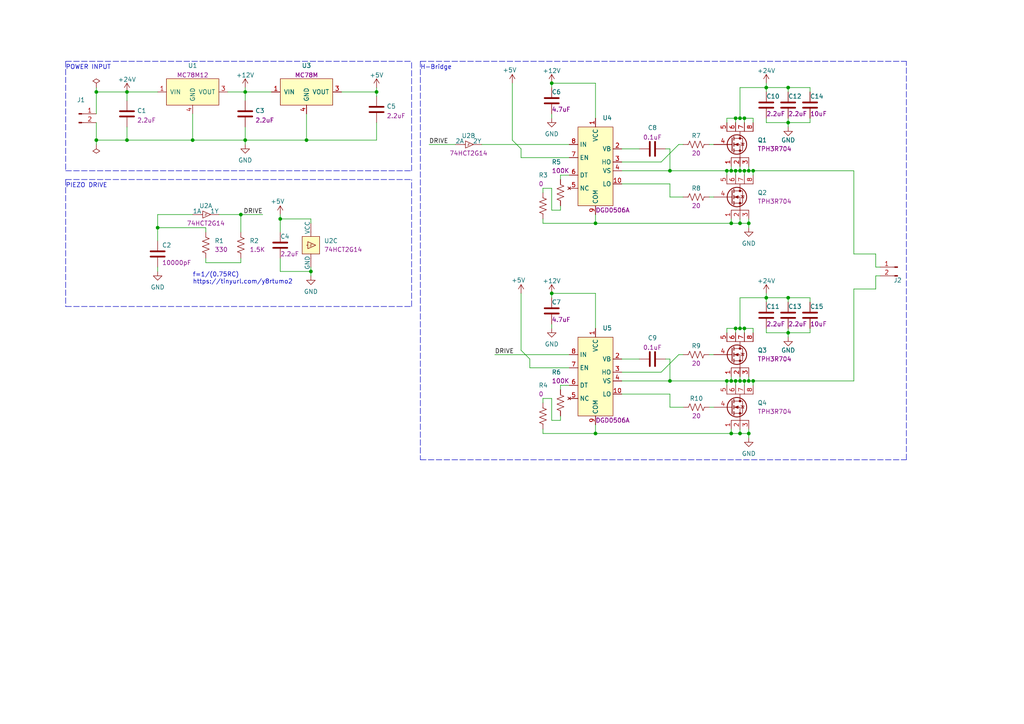
<source format=kicad_sch>
(kicad_sch (version 20211123) (generator eeschema)
  (paper "A4")
  (title_block (title "Basic Ultrasonic Board") (date "2022-03-29") (rev "V1a") (company "MicroType Engineering"))
  (lib_symbols
    (symbol "DGD0506AM10-13_1"
      (property "Reference" "U" (at -5.08 -12.7 0))
      (property "id" "DGD0506A" (at 6.35 -12.7 0))
      (symbol "DGD0506AM10-13_1_0_1"
        (rectangle (start -5.08 11.43) (end 5.08 -11.43) (stroke (width 0.1524)) (fill (type background)))
      )
      (symbol "DGD0506AM10-13_1_1_1"
        (pin power_in line (at 0 13.97 270) (length 2.54) (name "VCC") (number "1"))
        (pin output line (at 7.62 -5.08 180) (length 2.54) (name "LO") (number "10"))
        (pin passive line (at 7.62 5.08 180) (length 2.54) (name "VB") (number "2"))
        (pin output line (at 7.62 1.27 180) (length 2.54) (name "HO") (number "3"))
        (pin output line (at 7.62 -1.27 180) (length 2.54) (name "VS") (number "4"))
        (pin no_connect line (at -7.62 -6.35 0) (length 2.54) (name "NC") (number "5"))
        (pin input line (at -7.62 -2.54 0) (length 2.54) (name "DT") (number "6"))
        (pin input line (at -7.62 2.54 0) (length 2.54) (name "EN") (number "7"))
        (pin input line (at -7.62 6.35 0) (length 2.54) (name "IN") (number "8"))
        (pin power_in line (at 0 -13.97 90) (length 2.54) (name "COM") (number "9"))
      )
    )
    (symbol "capacitors:CC0603KRX7R9BB104" (pin_numbers hide) (pin_names (offset 0.254))
      (property "Reference" "C" (at 0.635 2.54 0))
      (property "id" "0.1uF" (at -3.81 2.54 0))
      (symbol "CC0603KRX7R9BB104_0_1"
        (polyline (pts (xy -2.032 -0.762) (xy 2.032 -0.762)) (stroke (width 0.508)))
        (polyline (pts (xy -2.032 0.762) (xy 2.032 0.762)) (stroke (width 0.508)))
      )
      (symbol "CC0603KRX7R9BB104_1_1"
        (pin passive line (at 0 3.81 270) (length 2.794) (name "~") (number "1"))
        (pin passive line (at 0 -3.81 90) (length 2.794) (name "~") (number "2"))
      )
    )
    (symbol "capacitors:CL10A475KA8NQNC" (pin_numbers hide) (pin_names (offset 0.254))
      (property "Reference" "C" (at 0.635 2.54 0))
      (property "id" "4.7uF" (at -3.81 2.54 0))
      (symbol "CL10A475KA8NQNC_0_1"
        (polyline (pts (xy -2.032 -0.762) (xy 2.032 -0.762)) (stroke (width 0.508)))
        (polyline (pts (xy -2.032 0.762) (xy 2.032 0.762)) (stroke (width 0.508)))
      )
      (symbol "CL10A475KA8NQNC_1_1"
        (pin passive line (at 0 3.81 270) (length 2.794) (name "~") (number "1"))
        (pin passive line (at 0 -3.81 90) (length 2.794) (name "~") (number "2"))
      )
    )
    (symbol "capacitors:CL10B103KB8NNNC" (pin_numbers hide) (pin_names (offset 0.254))
      (property "Reference" "C" (at 0.635 2.54 0))
      (property "id" "10000pF" (at -3.81 2.54 0))
      (symbol "CL10B103KB8NNNC_0_1"
        (polyline (pts (xy -2.032 -0.762) (xy 2.032 -0.762)) (stroke (width 0.508)))
        (polyline (pts (xy -2.032 0.762) (xy 2.032 0.762)) (stroke (width 0.508)))
      )
      (symbol "CL10B103KB8NNNC_1_1"
        (pin passive line (at 0 3.81 270) (length 2.794) (name "~") (number "1"))
        (pin passive line (at 0 -3.81 90) (length 2.794) (name "~") (number "2"))
      )
    )
    (symbol "capacitors:GRM188R61H225ME11D" (pin_numbers hide) (pin_names (offset 0.254))
      (property "Reference" "C" (at 0.635 2.54 0))
      (property "id" "2.2uF" (at -3.81 2.54 0))
      (symbol "GRM188R61H225ME11D_0_1"
        (polyline (pts (xy -2.032 -0.762) (xy 2.032 -0.762)) (stroke (width 0.508)))
        (polyline (pts (xy -2.032 0.762) (xy 2.032 0.762)) (stroke (width 0.508)))
      )
      (symbol "GRM188R61H225ME11D_1_1"
        (pin passive line (at 0 3.81 270) (length 2.794) (name "~") (number "1"))
        (pin passive line (at 0 -3.81 90) (length 2.794) (name "~") (number "2"))
      )
    )
    (symbol "capacitors:GRM32EC72A106KE05L" (pin_numbers hide) (pin_names (offset 0.254))
      (property "Reference" "C" (at 0.635 2.54 0))
      (property "id" "10uF" (at -3.81 2.54 0))
      (symbol "GRM32EC72A106KE05L_0_1"
        (polyline (pts (xy -2.032 -0.762) (xy 2.032 -0.762)) (stroke (width 0.508)))
        (polyline (pts (xy -2.032 0.762) (xy 2.032 0.762)) (stroke (width 0.508)))
      )
      (symbol "GRM32EC72A106KE05L_1_1"
        (pin passive line (at 0 3.81 270) (length 2.794) (name "~") (number "1"))
        (pin passive line (at 0 -3.81 90) (length 2.794) (name "~") (number "2"))
      )
    )
    (symbol "connectors:_GENERIC_CONNECTOR_01x02" (pin_names (offset 1.016) hide)
      (property "Reference" "J" (at 0 3.81 0))
      (property "Value" "_GENERIC_CONNECTOR_01x02" (at 1.27 -3.81 0))
      (symbol "_GENERIC_CONNECTOR_01x02_1_1"
        (polyline (pts (xy 1.27 -1.27) (xy 0.8636 -1.27)) (stroke (width 0.1524)))
        (polyline (pts (xy 1.27 1.27) (xy 0.8636 1.27)) (stroke (width 0.1524)))
        (rectangle (start 0.8636 -1.143) (end 0 -1.397) (stroke (width 0.1524)) (fill (type outline)))
        (rectangle (start 0.8636 1.397) (end 0 1.143) (stroke (width 0.1524)) (fill (type outline)))
        (pin passive line (at 5.08 1.27 180) (length 3.81) (name "Pin_1") (number "1"))
        (pin passive line (at 5.08 -1.27 180) (length 3.81) (name "Pin_2") (number "2"))
      )
    )
    (symbol "ics:74HCT2G14GV,125" (pin_numbers hide) (pin_names (offset 0))
      (property "Reference" "U" (at 0 0 0))
      (property "id" "74HCT2G14" (at 0 0 0))
      (symbol "74HCT2G14GV,125_0_1"
        (polyline (pts (xy -1.27 0) (xy -0.889 0)))
        (polyline (pts (xy 0.127 0.254) (xy 0.127 -0.254) (xy -0.127 -0.254)) (stroke (width 0.0635)))
        (polyline (pts (xy -0.889 1.016) (xy -0.889 -1.016) (xy 1.397 0) (xy -0.889 1.016)))
        (polyline (pts (xy 0.381 0.254) (xy -0.127 0.254) (xy -0.127 -0.254) (xy -0.381 -0.254)) (stroke (width 0.0635)))
      )
      (symbol "74HCT2G14GV,125_1_1"
        (pin input line (at -3.81 0 0) (length 2.54) (name "1A") (number "1"))
        (pin output line (at 3.81 0 180) (length 2.54) (name "1Y") (number "6"))
      )
      (symbol "74HCT2G14GV,125_2_1"
        (pin input line (at -3.81 0 0) (length 2.54) (name "2A") (number "3"))
        (pin output line (at 3.81 0 180) (length 2.54) (name "2Y") (number "4"))
      )
      (symbol "74HCT2G14GV,125_3_1"
        (rectangle (start -2.54 2.54) (end 2.54 -2.54) (fill (type background)))
        (polyline (pts (xy 0 -3.81) (xy 0 -2.54)))
        (polyline (pts (xy 0 3.81) (xy 0 2.54)))
        (pin power_in line (at 0 -6.35 90) (length 2.54) (name "GND") (number "2"))
        (pin power_in line (at 0 6.35 270) (length 2.54) (name "VCC") (number "5"))
      )
    )
    (symbol "ics:DGD0506AM10-13"
      (property "Reference" "U" (at -5.08 -12.7 0))
      (property "id" "DGD0506A" (at 6.35 -12.7 0))
      (symbol "DGD0506AM10-13_0_1"
        (rectangle (start -5.08 11.43) (end 5.08 -11.43) (stroke (width 0.1524)) (fill (type background)))
      )
      (symbol "DGD0506AM10-13_1_1"
        (pin power_in line (at 0 13.97 270) (length 2.54) (name "VCC") (number "1"))
        (pin output line (at 7.62 -5.08 180) (length 2.54) (name "LO") (number "10"))
        (pin passive line (at 7.62 5.08 180) (length 2.54) (name "VB") (number "2"))
        (pin output line (at 7.62 1.27 180) (length 2.54) (name "HO") (number "3"))
        (pin output line (at 7.62 -1.27 180) (length 2.54) (name "VS") (number "4"))
        (pin no_connect line (at -7.62 -6.35 0) (length 2.54) (name "NC") (number "5"))
        (pin input line (at -7.62 -2.54 0) (length 2.54) (name "DT") (number "6"))
        (pin input line (at -7.62 2.54 0) (length 2.54) (name "EN") (number "7"))
        (pin input line (at -7.62 6.35 0) (length 2.54) (name "IN") (number "8"))
        (pin power_in line (at 0 -13.97 90) (length 2.54) (name "COM") (number "9"))
      )
    )
    (symbol "mosfets:TPH3R704PL,L1Q" (pin_names (offset 0) hide)
      (property "Reference" "Q" (at 0 0 0))
      (property "id" "TPH3R704" (at 0 0 0))
      (symbol "TPH3R704PL,L1Q_0_1"
        (circle (center -0.889 0) (radius 2.8194) (stroke (width 0.254)))
        (circle (center 0 -1.778) (radius 0.2794) (fill (type outline)))
        (polyline (pts (xy -2.54 -3.81) (xy 0 -3.81)))
        (polyline (pts (xy -1.778 -1.778) (xy 0 -1.778)))
        (polyline (pts (xy -1.778 -1.27) (xy -1.778 -2.286)) (stroke (width 0.254)))
        (polyline (pts (xy -1.778 0) (xy 0 0)))
        (polyline (pts (xy -1.778 0.508) (xy -1.778 -0.508)) (stroke (width 0.254)))
        (polyline (pts (xy -1.778 1.778) (xy 0 1.778)))
        (polyline (pts (xy -1.778 2.286) (xy -1.778 1.27)) (stroke (width 0.254)))
        (polyline (pts (xy 0 -1.778) (xy 0 -2.54)))
        (polyline (pts (xy 0 -1.778) (xy 0 0)))
        (polyline (pts (xy 0 2.54) (xy 0 1.778)))
        (polyline (pts (xy -2.286 1.905) (xy -2.286 -1.905) (xy -2.286 -1.905)) (stroke (width 0.254)))
        (polyline (pts (xy 2.54 -3.81) (xy 0 -3.81) (xy 0 -2.54)))
        (polyline (pts (xy -1.524 0) (xy -0.508 0.381) (xy -0.508 -0.381) (xy -1.524 0)) (fill (type outline)))
        (polyline (pts (xy 0 -1.778) (xy 0.762 -1.778) (xy 0.762 1.778) (xy 0 1.778)))
        (polyline (pts (xy 0.254 0.508) (xy 0.381 0.381) (xy 1.143 0.381) (xy 1.27 0.254)))
        (polyline (pts (xy 0.762 0.381) (xy 0.381 -0.254) (xy 1.143 -0.254) (xy 0.762 0.381)))
        (polyline (pts (xy -3.81 3.81) (xy 0 3.81) (xy 0 2.54) (xy 0 3.81) (xy 3.81 3.81)))
        (circle (center 0 1.778) (radius 0.2794) (fill (type outline)))
      )
      (symbol "TPH3R704PL,L1Q_1_1"
        (pin passive line (at -2.54 -6.35 90) (length 2.54) (name "S") (number "1"))
        (pin passive line (at 0 -6.35 90) (length 2.54) (name "S") (number "2"))
        (pin passive line (at 2.54 -6.35 90) (length 2.54) (name "S") (number "3"))
        (pin input line (at -7.62 0 0) (length 5.334) (name "G") (number "4"))
        (pin passive line (at -3.81 6.35 270) (length 2.54) (name "D") (number "5"))
        (pin passive line (at -1.27 6.35 270) (length 2.54) (name "D") (number "6"))
        (pin passive line (at 1.27 6.35 270) (length 2.54) (name "D") (number "7"))
        (pin passive line (at 3.81 6.35 270) (length 2.54) (name "D") (number "8"))
      )
    )
    (symbol "power:+12V" (power) (pin_names (offset 0))
      (property "Value" "+12V" (at 0 3.556 0))
      (symbol "+12V_0_1"
        (polyline (pts (xy -0.762 1.27) (xy 0 2.54)))
        (polyline (pts (xy 0 0) (xy 0 2.54)))
        (polyline (pts (xy 0 2.54) (xy 0.762 1.27)))
      )
      (symbol "+12V_1_1"
        (pin power_in line (at 0 0 90) (length 0) hide (name "+12V") (number "1"))
      )
    )
    (symbol "power:+24V" (power) (pin_names (offset 0))
      (property "Value" "+24V" (at 0 3.556 0))
      (symbol "+24V_0_1"
        (polyline (pts (xy -0.762 1.27) (xy 0 2.54)))
        (polyline (pts (xy 0 0) (xy 0 2.54)))
        (polyline (pts (xy 0 2.54) (xy 0.762 1.27)))
      )
      (symbol "+24V_1_1"
        (pin power_in line (at 0 0 90) (length 0) hide (name "+24V") (number "1"))
      )
    )
    (symbol "power:+5V" (power) (pin_names (offset 0))
      (property "Value" "+5V" (at 0 3.556 0))
      (symbol "+5V_0_1"
        (polyline (pts (xy -0.762 1.27) (xy 0 2.54)))
        (polyline (pts (xy 0 0) (xy 0 2.54)))
        (polyline (pts (xy 0 2.54) (xy 0.762 1.27)))
      )
      (symbol "+5V_1_1"
        (pin power_in line (at 0 0 90) (length 0) hide (name "+5V") (number "1"))
      )
    )
    (symbol "power:GND" (power) (pin_names (offset 0))
      (property "Value" "GND" (at 0 -3.81 0))
      (symbol "GND_0_1"
        (polyline (pts (xy 0 0) (xy 0 -1.27) (xy 1.27 -1.27) (xy 0 -2.54) (xy -1.27 -1.27) (xy 0 -1.27)))
      )
      (symbol "GND_1_1"
        (pin power_in line (at 0 0 270) (length 0) hide (name "GND") (number "1"))
      )
    )
    (symbol "power:PWR_FLAG" (power) (pin_numbers hide) (pin_names (offset 0) hide)
      (property "Value" "PWR_FLAG" (at 0 3.81 0))
      (symbol "PWR_FLAG_0_0"
        (pin power_out line (at 0 0 90) (length 0) (name "pwr") (number "1"))
      )
      (symbol "PWR_FLAG_0_1"
        (polyline (pts (xy 0 0) (xy 0 1.27) (xy -1.016 1.905) (xy 0 2.54) (xy 1.016 1.905) (xy 0 1.27)))
      )
    )
    (symbol "regulators:MC78M05CDTRKG" (pin_names (offset 1.016))
      (property "Reference" "U" (at 0 16.51 0))
      (property "id" "MC78M" (at 0 16.51 0))
      (symbol "MC78M05CDTRKG_0_1"
        (rectangle (start -7.62 3.81) (end 7.62 -3.81) (fill (type background)))
      )
      (symbol "MC78M05CDTRKG_1_1"
        (pin power_in line (at -10.16 0 0) (length 2.54) (name "VIN") (number "1"))
        (pin power_out line (at 10.16 0 180) (length 2.54) (name "VOUT") (number "3"))
        (pin power_in line (at 0 -6.35 90) (length 2.54) (name "GND") (number "4"))
      )
    )
    (symbol "regulators:MC78M12BDTG" (pin_names (offset 1.016))
      (property "Reference" "U" (at 0 0 0))
      (property "id" "MC78M12" (at 0 0 0))
      (symbol "MC78M12BDTG_0_1"
        (rectangle (start -7.62 3.81) (end 7.62 -3.81) (fill (type background)))
      )
      (symbol "MC78M12BDTG_1_1"
        (pin power_in line (at -10.16 0 0) (length 2.54) (name "VIN") (number "1"))
        (pin power_out line (at 10.16 0 180) (length 2.54) (name "VOUT") (number "3"))
        (pin power_in line (at 0 -6.35 90) (length 2.54) (name "GND") (number "4"))
      )
    )
    (symbol "resistors:RC0603JR-070RL" (pin_numbers hide) (pin_names (offset 0))
      (property "Reference" "R" (at 2.54 0 90))
      (property "id" "0" (at -2.54 0 90))
      (symbol "RC0603JR-070RL_0_1"
        (polyline (pts (xy 0 -2.286) (xy 0 -2.54)))
        (polyline (pts (xy 0 2.286) (xy 0 2.54)))
        (polyline (pts (xy 0 -0.762) (xy 1.016 -1.143) (xy 0 -1.524) (xy -1.016 -1.905) (xy 0 -2.286)))
        (polyline (pts (xy 0 0.762) (xy 1.016 0.381) (xy 0 0) (xy -1.016 -0.381) (xy 0 -0.762)))
        (polyline (pts (xy 0 2.286) (xy 1.016 1.905) (xy 0 1.524) (xy -1.016 1.143) (xy 0 0.762)))
      )
      (symbol "RC0603JR-070RL_1_1"
        (pin passive line (at 0 3.81 270) (length 1.27) (name "~") (number "1"))
        (pin passive line (at 0 -3.81 90) (length 1.27) (name "~") (number "2"))
      )
    )
    (symbol "resistors:RC0603JR-07100KL" (pin_numbers hide) (pin_names (offset 0))
      (property "Reference" "R" (at 2.54 0 90))
      (property "id" "100K" (at -2.54 0 90))
      (symbol "RC0603JR-07100KL_0_1"
        (polyline (pts (xy 0 -2.286) (xy 0 -2.54)))
        (polyline (pts (xy 0 2.286) (xy 0 2.54)))
        (polyline (pts (xy 0 -0.762) (xy 1.016 -1.143) (xy 0 -1.524) (xy -1.016 -1.905) (xy 0 -2.286)))
        (polyline (pts (xy 0 0.762) (xy 1.016 0.381) (xy 0 0) (xy -1.016 -0.381) (xy 0 -0.762)))
        (polyline (pts (xy 0 2.286) (xy 1.016 1.905) (xy 0 1.524) (xy -1.016 1.143) (xy 0 0.762)))
      )
      (symbol "RC0603JR-07100KL_1_1"
        (pin passive line (at 0 3.81 270) (length 1.27) (name "~") (number "1"))
        (pin passive line (at 0 -3.81 90) (length 1.27) (name "~") (number "2"))
      )
    )
    (symbol "resistors:RC0603JR-071K5L" (pin_numbers hide) (pin_names (offset 0))
      (property "Reference" "R" (at 2.54 0 90))
      (property "id" "1.5K" (at -2.54 0 90))
      (symbol "RC0603JR-071K5L_0_1"
        (polyline (pts (xy 0 -2.286) (xy 0 -2.54)))
        (polyline (pts (xy 0 2.286) (xy 0 2.54)))
        (polyline (pts (xy 0 -0.762) (xy 1.016 -1.143) (xy 0 -1.524) (xy -1.016 -1.905) (xy 0 -2.286)))
        (polyline (pts (xy 0 0.762) (xy 1.016 0.381) (xy 0 0) (xy -1.016 -0.381) (xy 0 -0.762)))
        (polyline (pts (xy 0 2.286) (xy 1.016 1.905) (xy 0 1.524) (xy -1.016 1.143) (xy 0 0.762)))
      )
      (symbol "RC0603JR-071K5L_1_1"
        (pin passive line (at 0 3.81 270) (length 1.27) (name "~") (number "1"))
        (pin passive line (at 0 -3.81 90) (length 1.27) (name "~") (number "2"))
      )
    )
    (symbol "resistors:RC0603JR-0720RL" (pin_numbers hide) (pin_names (offset 0))
      (property "Reference" "R" (at 2.54 0 90))
      (property "id" "20" (at -2.54 0 90))
      (symbol "RC0603JR-0720RL_0_1"
        (polyline (pts (xy 0 -2.286) (xy 0 -2.54)))
        (polyline (pts (xy 0 2.286) (xy 0 2.54)))
        (polyline (pts (xy 0 -0.762) (xy 1.016 -1.143) (xy 0 -1.524) (xy -1.016 -1.905) (xy 0 -2.286)))
        (polyline (pts (xy 0 0.762) (xy 1.016 0.381) (xy 0 0) (xy -1.016 -0.381) (xy 0 -0.762)))
        (polyline (pts (xy 0 2.286) (xy 1.016 1.905) (xy 0 1.524) (xy -1.016 1.143) (xy 0 0.762)))
      )
      (symbol "RC0603JR-0720RL_1_1"
        (pin passive line (at 0 3.81 270) (length 1.27) (name "~") (number "1"))
        (pin passive line (at 0 -3.81 90) (length 1.27) (name "~") (number "2"))
      )
    )
    (symbol "resistors:RC0603JR-07330RL" (pin_numbers hide) (pin_names (offset 0))
      (property "Reference" "R" (at 2.54 0 90))
      (property "id" "330" (at -2.54 0 90))
      (symbol "RC0603JR-07330RL_0_1"
        (polyline (pts (xy 0 -2.286) (xy 0 -2.54)))
        (polyline (pts (xy 0 2.286) (xy 0 2.54)))
        (polyline (pts (xy 0 -0.762) (xy 1.016 -1.143) (xy 0 -1.524) (xy -1.016 -1.905) (xy 0 -2.286)))
        (polyline (pts (xy 0 0.762) (xy 1.016 0.381) (xy 0 0) (xy -1.016 -0.381) (xy 0 -0.762)))
        (polyline (pts (xy 0 2.286) (xy 1.016 1.905) (xy 0 1.524) (xy -1.016 1.143) (xy 0 0.762)))
      )
      (symbol "RC0603JR-07330RL_1_1"
        (pin passive line (at 0 3.81 270) (length 1.27) (name "~") (number "1"))
        (pin passive line (at 0 -3.81 90) (length 1.27) (name "~") (number "2"))
      )
    )
  )
  (junction (at 36.83 26.67))
  (junction (at 69.85 62.23))
  (junction (at 210.82 49.53))
  (junction (at 160.02 85.09))
  (junction (at 212.09 49.53))
  (junction (at 88.9 40.64))
  (junction (at 214.63 110.49))
  (junction (at 212.09 125.73))
  (junction (at 228.6 86.36))
  (junction (at 27.94 40.64))
  (junction (at 217.17 125.73))
  (junction (at 217.17 110.49))
  (junction (at 214.63 34.29))
  (junction (at 160.02 24.13))
  (junction (at 212.09 64.77))
  (junction (at 172.72 64.77))
  (junction (at 228.6 25.4))
  (junction (at 213.36 95.25))
  (junction (at 109.22 26.67))
  (junction (at 213.36 49.53))
  (junction (at 215.9 34.29))
  (junction (at 228.6 96.52))
  (junction (at 215.9 110.49))
  (junction (at 228.6 35.56))
  (junction (at 214.63 64.77))
  (junction (at 212.09 110.49))
  (junction (at 214.63 49.53))
  (junction (at 27.94 26.67))
  (junction (at 214.63 125.73))
  (junction (at 215.9 95.25))
  (junction (at 215.9 49.53))
  (junction (at 71.12 40.64))
  (junction (at 218.44 49.53))
  (junction (at 71.12 26.67))
  (junction (at 217.17 49.53))
  (junction (at 217.17 64.77))
  (junction (at 36.83 40.64))
  (junction (at 194.31 110.49))
  (junction (at 222.25 86.36))
  (junction (at 45.72 66.04))
  (junction (at 222.25 25.4))
  (junction (at 214.63 95.25))
  (junction (at 194.31 49.53))
  (junction (at 172.72 125.73))
  (junction (at 81.28 63.5))
  (junction (at 218.44 110.49))
  (junction (at 210.82 110.49))
  (junction (at 213.36 34.29))
  (junction (at 213.36 110.49))
  (junction (at 90.17 78.74))
  (junction (at 55.88 40.64))
  (wire (pts (xy 162.56 50.8) (xy 162.56 52.07)))
  (polyline (pts (xy 19.05 52.07) (xy 119.38 52.07)))
  (wire (pts (xy 210.82 49.53) (xy 210.82 50.8)))
  (wire (pts (xy 27.94 33.02) (xy 27.94 26.67)))
  (wire (pts (xy 213.36 95.25) (xy 213.36 96.52)))
  (wire (pts (xy 162.56 121.92) (xy 160.02 121.92)))
  (wire (pts (xy 234.95 96.52) (xy 228.6 96.52)))
  (wire (pts (xy 71.12 36.83) (xy 71.12 40.64)))
  (wire (pts (xy 215.9 110.49) (xy 215.9 111.76)))
  (wire (pts (xy 160.02 95.25) (xy 160.02 93.98)))
  (wire (pts (xy 160.02 115.57) (xy 157.48 115.57)))
  (wire (pts (xy 234.95 87.63) (xy 234.95 86.36)))
  (wire (pts (xy 214.63 49.53) (xy 215.9 49.53)))
  (wire (pts (xy 234.95 25.4) (xy 228.6 25.4)))
  (wire (pts (xy 157.48 64.77) (xy 172.72 64.77)))
  (wire (pts (xy 45.72 78.74) (xy 45.72 77.47)))
  (wire (pts (xy 157.48 124.46) (xy 157.48 125.73)))
  (wire (pts (xy 212.09 109.22) (xy 212.09 110.49)))
  (wire (pts (xy 214.63 63.5) (xy 214.63 64.77)))
  (wire (pts (xy 157.48 54.61) (xy 157.48 55.88)))
  (wire (pts (xy 254 80.01) (xy 255.27 80.01)))
  (wire (pts (xy 172.72 24.13) (xy 172.72 34.29)))
  (wire (pts (xy 213.36 34.29) (xy 214.63 34.29)))
  (wire (pts (xy 172.72 85.09) (xy 172.72 95.25)))
  (wire (pts (xy 210.82 95.25) (xy 213.36 95.25)))
  (wire (pts (xy 254 77.47) (xy 255.27 77.47)))
  (wire (pts (xy 71.12 25.4) (xy 71.12 26.67)))
  (wire (pts (xy 247.65 73.66) (xy 254 73.66)))
  (wire (pts (xy 247.65 73.66) (xy 247.65 49.53)))
  (wire (pts (xy 222.25 96.52) (xy 222.25 95.25)))
  (wire (pts (xy 69.85 62.23) (xy 76.2 62.23)))
  (wire (pts (xy 172.72 125.73) (xy 212.09 125.73)))
  (wire (pts (xy 254 83.82) (xy 247.65 83.82)))
  (wire (pts (xy 194.31 57.15) (xy 198.12 57.15)))
  (wire (pts (xy 196.85 41.91) (xy 191.77 46.99)))
  (wire (pts (xy 222.25 24.13) (xy 222.25 25.4)))
  (wire (pts (xy 210.82 110.49) (xy 210.82 111.76)))
  (wire (pts (xy 109.22 26.67) (xy 109.22 27.94)))
  (wire (pts (xy 27.94 26.67) (xy 36.83 26.67)))
  (wire (pts (xy 198.12 102.87) (xy 196.85 102.87)))
  (wire (pts (xy 180.34 104.14) (xy 185.42 104.14)))
  (wire (pts (xy 69.85 62.23) (xy 69.85 67.31)))
  (wire (pts (xy 90.17 63.5) (xy 90.17 64.77)))
  (wire (pts (xy 55.88 33.02) (xy 55.88 40.64)))
  (wire (pts (xy 27.94 35.56) (xy 27.94 40.64)))
  (wire (pts (xy 193.04 43.18) (xy 194.31 43.18)))
  (wire (pts (xy 234.95 95.25) (xy 234.95 96.52)))
  (wire (pts (xy 214.63 34.29) (xy 215.9 34.29)))
  (wire (pts (xy 88.9 40.64) (xy 109.22 40.64)))
  (wire (pts (xy 71.12 26.67) (xy 78.74 26.67)))
  (wire (pts (xy 222.25 87.63) (xy 222.25 86.36)))
  (wire (pts (xy 81.28 74.93) (xy 81.28 78.74)))
  (wire (pts (xy 180.34 107.95) (xy 191.77 107.95)))
  (wire (pts (xy 81.28 63.5) (xy 90.17 63.5)))
  (wire (pts (xy 218.44 110.49) (xy 218.44 111.76)))
  (wire (pts (xy 218.44 34.29) (xy 218.44 35.56)))
  (wire (pts (xy 55.88 62.23) (xy 45.72 62.23)))
  (polyline (pts (xy 121.92 17.78) (xy 121.92 133.35)))
  (wire (pts (xy 148.59 24.13) (xy 148.59 40.64)))
  (wire (pts (xy 217.17 109.22) (xy 217.17 110.49)))
  (wire (pts (xy 214.63 86.36) (xy 222.25 86.36)))
  (wire (pts (xy 194.31 53.34) (xy 194.31 57.15)))
  (wire (pts (xy 160.02 121.92) (xy 160.02 115.57)))
  (wire (pts (xy 160.02 34.29) (xy 160.02 33.02)))
  (wire (pts (xy 222.25 26.67) (xy 222.25 25.4)))
  (wire (pts (xy 217.17 49.53) (xy 218.44 49.53)))
  (wire (pts (xy 205.74 41.91) (xy 207.01 41.91)))
  (wire (pts (xy 218.44 95.25) (xy 218.44 96.52)))
  (wire (pts (xy 217.17 64.77) (xy 214.63 64.77)))
  (wire (pts (xy 214.63 109.22) (xy 214.63 110.49)))
  (wire (pts (xy 214.63 124.46) (xy 214.63 125.73)))
  (wire (pts (xy 59.69 76.2) (xy 59.69 74.93)))
  (wire (pts (xy 213.36 34.29) (xy 213.36 35.56)))
  (wire (pts (xy 228.6 36.83) (xy 228.6 35.56)))
  (wire (pts (xy 162.56 120.65) (xy 162.56 121.92)))
  (wire (pts (xy 45.72 26.67) (xy 36.83 26.67)))
  (wire (pts (xy 55.88 40.64) (xy 71.12 40.64)))
  (wire (pts (xy 180.34 110.49) (xy 194.31 110.49)))
  (wire (pts (xy 172.72 62.23) (xy 172.72 64.77)))
  (wire (pts (xy 81.28 78.74) (xy 90.17 78.74)))
  (wire (pts (xy 228.6 35.56) (xy 228.6 34.29)))
  (wire (pts (xy 210.82 110.49) (xy 212.09 110.49)))
  (wire (pts (xy 228.6 97.79) (xy 228.6 96.52)))
  (wire (pts (xy 157.48 115.57) (xy 157.48 116.84)))
  (wire (pts (xy 81.28 62.23) (xy 81.28 63.5)))
  (wire (pts (xy 180.34 114.3) (xy 194.31 114.3)))
  (wire (pts (xy 180.34 43.18) (xy 185.42 43.18)))
  (wire (pts (xy 151.13 101.6) (xy 151.13 85.09)))
  (wire (pts (xy 160.02 54.61) (xy 157.48 54.61)))
  (wire (pts (xy 214.63 25.4) (xy 214.63 34.29)))
  (wire (pts (xy 151.13 43.18) (xy 148.59 40.64)))
  (wire (pts (xy 160.02 25.4) (xy 160.02 24.13)))
  (polyline (pts (xy 19.05 17.78) (xy 19.05 49.53)))
  (wire (pts (xy 99.06 26.67) (xy 109.22 26.67)))
  (wire (pts (xy 109.22 25.4) (xy 109.22 26.67)))
  (wire (pts (xy 215.9 110.49) (xy 217.17 110.49)))
  (wire (pts (xy 212.09 125.73) (xy 214.63 125.73)))
  (wire (pts (xy 71.12 40.64) (xy 88.9 40.64)))
  (wire (pts (xy 71.12 26.67) (xy 71.12 29.21)))
  (wire (pts (xy 217.17 63.5) (xy 217.17 64.77)))
  (wire (pts (xy 218.44 49.53) (xy 247.65 49.53)))
  (wire (pts (xy 212.09 64.77) (xy 214.63 64.77)))
  (wire (pts (xy 218.44 110.49) (xy 247.65 110.49)))
  (wire (pts (xy 210.82 34.29) (xy 210.82 35.56)))
  (wire (pts (xy 66.04 26.67) (xy 71.12 26.67)))
  (wire (pts (xy 27.94 40.64) (xy 36.83 40.64)))
  (wire (pts (xy 218.44 49.53) (xy 218.44 50.8)))
  (wire (pts (xy 217.17 124.46) (xy 217.17 125.73)))
  (polyline (pts (xy 119.38 49.53) (xy 119.38 17.78)))
  (wire (pts (xy 213.36 49.53) (xy 213.36 50.8)))
  (wire (pts (xy 215.9 34.29) (xy 218.44 34.29)))
  (wire (pts (xy 69.85 76.2) (xy 69.85 74.93)))
  (wire (pts (xy 213.36 110.49) (xy 214.63 110.49)))
  (wire (pts (xy 59.69 66.04) (xy 45.72 66.04)))
  (wire (pts (xy 214.63 25.4) (xy 222.25 25.4)))
  (wire (pts (xy 194.31 49.53) (xy 210.82 49.53)))
  (wire (pts (xy 213.36 49.53) (xy 214.63 49.53)))
  (wire (pts (xy 194.31 118.11) (xy 198.1878 118.11)))
  (wire (pts (xy 27.94 41.91) (xy 27.94 40.64)))
  (wire (pts (xy 153.67 106.68) (xy 165.1 106.68)))
  (wire (pts (xy 215.9 49.53) (xy 217.17 49.53)))
  (wire (pts (xy 157.48 63.5) (xy 157.48 64.77)))
  (polyline (pts (xy 19.05 52.07) (xy 19.05 88.9)))
  (wire (pts (xy 194.31 114.3) (xy 194.31 118.11)))
  (wire (pts (xy 205.74 57.15) (xy 207.01 57.15)))
  (wire (pts (xy 27.94 25.4) (xy 27.94 26.67)))
  (wire (pts (xy 160.02 85.09) (xy 172.72 85.09)))
  (wire (pts (xy 180.34 53.34) (xy 194.31 53.34)))
  (wire (pts (xy 234.95 34.29) (xy 234.95 35.56)))
  (polyline (pts (xy 119.38 88.9) (xy 119.38 52.07)))
  (wire (pts (xy 213.36 95.25) (xy 214.63 95.25)))
  (polyline (pts (xy 262.89 133.35) (xy 262.89 17.78)))
  (wire (pts (xy 36.83 36.83) (xy 36.83 40.64)))
  (wire (pts (xy 217.17 110.49) (xy 218.44 110.49)))
  (wire (pts (xy 160.02 60.96) (xy 160.02 54.61)))
  (wire (pts (xy 205.8078 118.11) (xy 207.01 118.11)))
  (wire (pts (xy 81.28 67.31) (xy 81.28 63.5)))
  (wire (pts (xy 90.17 77.47) (xy 90.17 78.74)))
  (wire (pts (xy 194.31 43.18) (xy 194.31 49.53)))
  (wire (pts (xy 160.02 24.13) (xy 172.72 24.13)))
  (wire (pts (xy 71.12 41.91) (xy 71.12 40.64)))
  (wire (pts (xy 212.09 124.46) (xy 212.09 125.73)))
  (wire (pts (xy 217.17 66.04) (xy 217.17 64.77)))
  (wire (pts (xy 217.17 48.26) (xy 217.17 49.53)))
  (wire (pts (xy 214.63 125.73) (xy 217.17 125.73)))
  (wire (pts (xy 63.5 62.23) (xy 69.85 62.23)))
  (wire (pts (xy 234.95 35.56) (xy 228.6 35.56)))
  (wire (pts (xy 215.9 95.25) (xy 215.9 96.52)))
  (polyline (pts (xy 19.05 49.53) (xy 119.38 49.53)))
  (polyline (pts (xy 121.92 17.78) (xy 262.89 17.78)))
  (wire (pts (xy 198.12 41.91) (xy 196.85 41.91)))
  (wire (pts (xy 180.34 46.99) (xy 191.77 46.99)))
  (wire (pts (xy 212.09 48.26) (xy 212.09 49.53)))
  (wire (pts (xy 165.1 50.8) (xy 162.56 50.8)))
  (wire (pts (xy 196.85 102.87) (xy 191.77 107.95)))
  (wire (pts (xy 215.9 34.29) (xy 215.9 35.56)))
  (wire (pts (xy 210.82 34.29) (xy 213.36 34.29)))
  (wire (pts (xy 151.13 45.72) (xy 165.1 45.72)))
  (polyline (pts (xy 19.05 17.78) (xy 119.38 17.78)))
  (wire (pts (xy 90.17 80.01) (xy 90.17 78.74)))
  (wire (pts (xy 214.63 86.36) (xy 214.63 95.25)))
  (wire (pts (xy 215.9 95.25) (xy 218.44 95.25)))
  (wire (pts (xy 222.25 85.09) (xy 222.25 86.36)))
  (wire (pts (xy 222.25 25.4) (xy 228.6 25.4)))
  (wire (pts (xy 153.67 106.68) (xy 153.67 104.14)))
  (wire (pts (xy 59.69 67.31) (xy 59.69 66.04)))
  (wire (pts (xy 36.83 40.64) (xy 55.88 40.64)))
  (wire (pts (xy 215.9 49.53) (xy 215.9 50.8)))
  (wire (pts (xy 212.09 49.53) (xy 213.36 49.53)))
  (wire (pts (xy 36.83 26.67) (xy 36.83 29.21)))
  (wire (pts (xy 162.56 59.69) (xy 162.56 60.96)))
  (wire (pts (xy 143.51 102.87) (xy 165.1 102.87)))
  (wire (pts (xy 234.95 26.67) (xy 234.95 25.4)))
  (wire (pts (xy 228.6 87.63) (xy 228.6 86.36)))
  (wire (pts (xy 172.72 64.77) (xy 212.09 64.77)))
  (wire (pts (xy 247.65 110.49) (xy 247.65 83.82)))
  (wire (pts (xy 214.63 110.49) (xy 215.9 110.49)))
  (wire (pts (xy 214.63 48.26) (xy 214.63 49.53)))
  (wire (pts (xy 172.72 123.19) (xy 172.72 125.73)))
  (wire (pts (xy 212.09 110.49) (xy 213.36 110.49)))
  (wire (pts (xy 162.56 60.96) (xy 160.02 60.96)))
  (wire (pts (xy 254 80.01) (xy 254 83.82)))
  (wire (pts (xy 59.69 76.2) (xy 69.85 76.2)))
  (wire (pts (xy 210.82 95.25) (xy 210.82 96.52)))
  (wire (pts (xy 222.25 34.29) (xy 222.25 35.56)))
  (wire (pts (xy 214.63 95.25) (xy 215.9 95.25)))
  (wire (pts (xy 228.6 26.67) (xy 228.6 25.4)))
  (wire (pts (xy 222.25 86.36) (xy 228.6 86.36)))
  (wire (pts (xy 228.6 96.52) (xy 228.6 95.25)))
  (wire (pts (xy 193.04 104.14) (xy 194.31 104.14)))
  (wire (pts (xy 222.25 35.56) (xy 228.6 35.56)))
  (wire (pts (xy 160.02 86.36) (xy 160.02 85.09)))
  (wire (pts (xy 45.72 66.04) (xy 45.72 69.85)))
  (wire (pts (xy 194.31 104.14) (xy 194.31 110.49)))
  (wire (pts (xy 180.34 49.53) (xy 194.31 49.53)))
  (wire (pts (xy 151.13 101.6) (xy 153.67 104.14)))
  (wire (pts (xy 210.82 49.53) (xy 212.09 49.53)))
  (wire (pts (xy 205.74 102.87) (xy 207.01 102.87)))
  (wire (pts (xy 151.13 45.72) (xy 151.13 43.18)))
  (polyline (pts (xy 19.05 88.9) (xy 119.38 88.9)))
  (wire (pts (xy 124.46 41.91) (xy 132.08 41.91)))
  (wire (pts (xy 139.7 41.91) (xy 165.1 41.91)))
  (wire (pts (xy 165.1 111.76) (xy 162.56 111.76)))
  (polyline (pts (xy 121.92 133.35) (xy 262.89 133.35)))
  (wire (pts (xy 162.56 111.76) (xy 162.56 113.03)))
  (wire (pts (xy 194.31 110.49) (xy 210.82 110.49)))
  (wire (pts (xy 217.17 127) (xy 217.17 125.73)))
  (wire (pts (xy 157.48 125.73) (xy 172.72 125.73)))
  (wire (pts (xy 88.9 33.02) (xy 88.9 40.64)))
  (wire (pts (xy 254 73.66) (xy 254 77.47)))
  (wire (pts (xy 213.36 110.49) (xy 213.36 111.76)))
  (wire (pts (xy 45.72 62.23) (xy 45.72 66.04)))
  (wire (pts (xy 212.09 63.5) (xy 212.09 64.77)))
  (wire (pts (xy 109.22 40.64) (xy 109.22 35.56)))
  (wire (pts (xy 222.25 96.52) (xy 228.6 96.52)))
  (wire (pts (xy 234.95 86.36) (xy 228.6 86.36)))
  (text "PIEZO DRIVE" (at 19.05 54.61 0) (effects (font (size 1.27 1.27)) (justify left bottom)))
  (text "POWER INPUT" (at 19.05 20.32 0) (effects (font (size 1.27 1.27)) (justify left bottom)))
  (text "H-Bridge" (at 121.92 20.32 0) (effects (font (size 1.27 1.27)) (justify left bottom)))
  (text "f=1/(0.75RC)\nhttps://tinyurl.com/y8rtumo2" (at 55.88 82.55 0) (effects (font (size 1.27 1.27)) (justify left bottom)))
  (label "DRIVE" (at 143.51 102.87 0))
  (label "DRIVE" (at 124.46 41.91 0))
  (label "DRIVE" (at 76.2 62.23 180))
  (symbol (lib_id "power:+24V") (at 222.25 85.09 0) (unit 1)
    (property "Reference" "#PWR017" (effects hide))
    (property "Value" "+24V" (at 222.25 81.4855 0))
  )
  (symbol (lib_id "power:GND") (at 71.12 41.91 0) (unit 1)
    (property "Reference" "#PWR04" (effects hide))
    (property "Value" "GND" (at 71.12 46.4725 0))
  )
  (symbol (lib_id "mosfets:TPH3R704PL,L1Q") (at 214.63 118.11 0) (unit 1)
    (property "Reference" "Q4" (at 219.71 116.8399 0) (effects (justify left)))
    (property "Value" "TPH3R704PL,L1Q" (effects hide))
    (property "Footprint" "footprints:2-5Q1S" (effects hide))
    (property "Datasheet" "${MTE_LIB_DIR}/datasheets/TPH3R704PL_datasheet_en_20191030.PDF" (effects hide))
    (property "id" "TPH3R704" (at 219.71 119.3799 0) (effects (justify left)))
    (property "manf" "Toshiba Semiconductor and Storage" (effects hide))
  )
  (symbol (lib_id "resistors:RC0603JR-0720RL") (at 201.93 57.15 90) (unit 1)
    (property "Reference" "R8" (at 201.93 54.61 90))
    (property "Value" "RC0603JR-0720RL" (effects hide))
    (property "Footprint" "footprints:RESISTOR_0603N" (effects hide))
    (property "Datasheet" "${MTE_LIB_DIR}/datasheets/PYu-RC_Group_51_RoHS_L_11.pdf" (effects hide))
    (property "id" "20" (at 201.93 59.69 90))
    (property "manf" "Yageo" (effects hide))
  )
  (symbol (lib_id "resistors:RC0603JR-0720RL") (at 201.93 102.87 90) (unit 1)
    (property "Reference" "R9" (at 201.93 100.33 90))
    (property "Value" "RC0603JR-0720RL" (effects hide))
    (property "Footprint" "footprints:RESISTOR_0603N" (effects hide))
    (property "Datasheet" "${MTE_LIB_DIR}/datasheets/PYu-RC_Group_51_RoHS_L_11.pdf" (effects hide))
    (property "id" "20" (at 201.93 105.41 90))
    (property "manf" "Yageo" (effects hide))
  )
  (symbol (lib_id "power:+5V") (at 148.59 24.13 0) (unit 1)
    (property "Reference" "#PWR08" (effects hide))
    (property "Value" "+5V" (at 149.86 20.32 0) (effects (justify right)))
  )
  (symbol (lib_id "power:+5V") (at 151.13 85.09 0) (unit 1)
    (property "Reference" "#PWR09" (effects hide))
    (property "Value" "+5V" (at 152.4 81.28 0) (effects (justify right)))
  )
  (symbol (lib_id "capacitors:GRM188R61H225ME11D") (at 109.22 31.75 0) (unit 1)
    (property "Reference" "C5" (at 112.141 30.8415 0) (effects (justify left)))
    (property "Value" "GRM188R61H225ME11D" (effects hide))
    (property "Footprint" "footprints:CAPACITOR_0603N" (effects hide))
    (property "id" "2.2uF" (at 112.141 33.6166 0) (effects (justify left)))
    (property "manf" "Murata Electronics" (effects hide))
  )
  (symbol (lib_id "ics:74HCT2G14GV,125") (at 90.17 71.12 0) (unit 3)
    (property "Reference" "U2" (at 93.98 69.8499 0) (effects (justify left)))
    (property "Value" "74HCT2G14GV,125" (effects hide))
    (property "Footprint" "footprints:SOP6P95_290X275X110L40X32N" (effects hide))
    (property "id" "74HCT2G14" (at 93.98 72.39 0) (effects (justify left)))
    (property "manf" "Nexperia USA Inc." (effects hide))
  )
  (symbol (lib_id "capacitors:GRM188R61H225ME11D") (at 228.6 30.48 0) (unit 1)
    (property "Reference" "C12" (at 228.6 27.94 0) (effects (justify left)))
    (property "Value" "GRM188R61H225ME11D" (effects hide))
    (property "Footprint" "footprints:CAPACITOR_0603N" (effects hide))
    (property "id" "2.2uF" (at 228.6 33.02 0) (effects (justify left)))
    (property "manf" "Murata Electronics" (effects hide))
  )
  (symbol (lib_id "capacitors:GRM188R61H225ME11D") (at 81.28 71.12 0) (unit 1)
    (property "Reference" "C4" (at 81.28 68.58 0) (effects (justify left)))
    (property "Value" "GRM188R61H225ME11D" (effects hide))
    (property "Footprint" "footprints:CAPACITOR_0603N" (effects hide))
    (property "id" "2.2uF" (at 81.28 73.66 0) (effects (justify left)))
    (property "manf" "Murata Electronics" (effects hide))
  )
  (symbol (lib_id "power:GND") (at 228.6 36.83 0) (unit 1)
    (property "Reference" "#PWR018" (effects hide))
    (property "Value" "GND" (at 228.6 40.64 0))
  )
  (symbol (lib_id "capacitors:GRM188R61H225ME11D") (at 36.83 33.02 0) (unit 1)
    (property "Reference" "C1" (at 39.751 32.1115 0) (effects (justify left)))
    (property "Value" "GRM188R61H225ME11D" (effects hide))
    (property "Footprint" "footprints:CAPACITOR_0603N" (effects hide))
    (property "id" "2.2uF" (at 39.751 34.8866 0) (effects (justify left)))
    (property "manf" "Murata Electronics" (effects hide))
  )
  (symbol (lib_id "power:PWR_FLAG") (at 27.94 25.4 0) (unit 1)
    (property "Reference" "#FLG01" (effects hide))
    (property "Value" "PWR_FLAG" (effects hide))
  )
  (symbol (lib_id "mosfets:TPH3R704PL,L1Q") (at 214.63 41.91 0) (unit 1)
    (property "Reference" "Q1" (at 219.71 40.6399 0) (effects (justify left)))
    (property "Value" "TPH3R704PL,L1Q" (effects hide))
    (property "Footprint" "footprints:2-5Q1S" (effects hide))
    (property "Datasheet" "${MTE_LIB_DIR}/datasheets/TPH3R704PL_datasheet_en_20191030.PDF" (effects hide))
    (property "id" "TPH3R704" (at 219.71 43.1799 0) (effects (justify left)))
    (property "manf" "Toshiba Semiconductor and Storage" (effects hide))
  )
  (symbol (lib_id "connectors:_GENERIC_CONNECTOR_01x02") (at 260.35 78.74 0) (mirror y) (unit 1)
    (property "Reference" "J2" (at 260.35 81.28 0))
    (property "Value" "1988804" (effects hide))
    (property "Footprint" "footprints:1988804" (effects hide))
    (property "id" "1988804" (effects hide))
    (property "manf" "Phoenix Contact" (effects hide))
  )
  (symbol (lib_id "regulators:MC78M05CDTRKG") (at 88.9 26.67 0) (unit 1)
    (property "Reference" "U3" (at 88.9 19.0205 0))
    (property "Value" "MC78M05CDTRKG" (effects hide))
    (property "Footprint" "footprints:DPAK4P229_990X238L159X76T520X546N" (effects hide))
    (property "Datasheet" "${MTE_LIB_DIR}/datasheets/MC78M00-D.pdf" (effects hide))
    (property "id" "MC78M" (at 88.9 21.7956 0))
    (property "manf" "ON Semiconductor" (effects hide))
  )
  (symbol (lib_id "power:+5V") (at 109.22 25.4 0) (unit 1)
    (property "Reference" "#PWR07" (effects hide))
    (property "Value" "+5V" (at 109.22 21.7955 0))
  )
  (symbol (lib_id "capacitors:GRM188R61H225ME11D") (at 228.6 91.44 0) (unit 1)
    (property "Reference" "C13" (at 228.6 88.9 0) (effects (justify left)))
    (property "Value" "GRM188R61H225ME11D" (effects hide))
    (property "Footprint" "footprints:CAPACITOR_0603N" (effects hide))
    (property "id" "2.2uF" (at 228.6 93.98 0) (effects (justify left)))
    (property "manf" "Murata Electronics" (effects hide))
  )
  (symbol (lib_id "ics:74HCT2G14GV,125") (at 59.69 62.23 0) (unit 1)
    (property "Reference" "U2" (at 59.69 59.69 0))
    (property "Value" "74HCT2G14GV,125" (effects hide))
    (property "Footprint" "footprints:SOP6P95_290X275X110L40X32N" (effects hide))
    (property "id" "74HCT2G14" (at 59.69 64.77 0))
    (property "manf" "Nexperia USA Inc." (effects hide))
  )
  (symbol (lib_id "resistors:RC0603JR-070RL") (at 157.48 120.65 0) (unit 1)
    (property "Reference" "R4" (at 156.21 111.76 0) (effects (justify left)))
    (property "Value" "RC0603JR-070RL" (effects hide))
    (property "Footprint" "footprints:RESISTOR_0603N" (effects hide))
    (property "Datasheet" "${MTE_LIB_DIR}/datasheets/PYu-RC_Group_51_RoHS_L_11.pdf" (effects hide))
    (property "id" "0" (at 156.21 114.3 0) (effects (justify left)))
    (property "manf" "Yageo" (effects hide))
  )
  (symbol (lib_id "power:GND") (at 160.02 95.25 0) (unit 1)
    (property "Reference" "#PWR013" (effects hide))
    (property "Value" "GND" (at 160.02 99.8125 0))
  )
  (symbol (lib_id "capacitors:CL10A475KA8NQNC") (at 160.02 90.17 0) (unit 1)
    (property "Reference" "C7" (at 160.02 87.63 0) (effects (justify left)))
    (property "Value" "CL10A475KA8NQNC" (effects hide))
    (property "Footprint" "footprints:CAPACITOR_0603N" (effects hide))
    (property "Datasheet" "${MTE_LIB_DIR}/datasheets/MLCC.pdf" (effects hide))
    (property "id" "4.7uF" (at 160.02 92.71 0) (effects (justify left)))
  )
  (symbol (lib_id "power:GND") (at 160.02 34.29 0) (unit 1)
    (property "Reference" "#PWR011" (effects hide))
    (property "Value" "GND" (at 160.02 38.8525 0))
  )
  (symbol (lib_id "resistors:RC0603JR-07100KL") (at 162.56 55.88 0) (unit 1)
    (property "Reference" "R5" (at 160.02 46.99 0) (effects (justify left)))
    (property "Value" "RC0603JR-07100KL" (effects hide))
    (property "Footprint" "footprints:RESISTOR_0603N" (effects hide))
    (property "Datasheet" "${MTE_LIB_DIR}/datasheets/PYu-RC_Group_51_RoHS_L_11.pdf" (effects hide))
    (property "id" "100K" (at 160.02 49.53 0) (effects (justify left)))
    (property "manf" "Yageo" (effects hide))
  )
  (symbol (lib_id "resistors:RC0603JR-071K5L") (at 69.85 71.12 0) (unit 1)
    (property "Reference" "R2" (at 72.39 69.8499 0) (effects (justify left)))
    (property "Value" "RC0603JR-071K5L" (effects hide))
    (property "Footprint" "footprints:RESISTOR_0603N" (effects hide))
    (property "Datasheet" "${MTE_LIB_DIR}/datasheets/PYu-RC_Group_51_RoHS_L_11.pdf" (effects hide))
    (property "id" "1.5K" (at 72.39 72.3899 0) (effects (justify left)))
    (property "manf" "Yageo" (effects hide))
  )
  (symbol (lib_id "regulators:MC78M12BDTG") (at 55.88 26.67 0) (unit 1)
    (property "Reference" "U1" (at 55.88 19.0205 0))
    (property "Value" "MC78M12BDTG" (effects hide))
    (property "Footprint" "footprints:DPAK4P229_990X238L159X76T520X546N" (effects hide))
    (property "Datasheet" "${MTE_LIB_DIR}/datasheets/MC78M00-D.pdf" (effects hide))
    (property "id" "MC78M12" (at 55.88 21.7956 0))
    (property "manf" "ON Semiconductor" (effects hide))
  )
  (symbol (lib_id "capacitors:CC0603KRX7R9BB104") (at 189.23 43.18 90) (unit 1)
    (property "Reference" "C8" (at 189.23 37.0545 90))
    (property "Value" "CC0603KRX7R9BB104" (effects hide))
    (property "Footprint" "footprints:CAPACITOR_0603N" (effects hide))
    (property "Datasheet" "${MTE_LIB_DIR}/datasheets/UPY-GPHC_X7R_6.3V-to-50V_18.pdf" (effects hide))
    (property "id" "0.1uF" (at 189.23 39.8296 90))
    (property "manf" "Yageo" (effects hide))
  )
  (symbol (lib_id "resistors:RC0603JR-0720RL") (at 201.93 41.91 90) (unit 1)
    (property "Reference" "R7" (at 201.93 39.37 90))
    (property "Value" "RC0603JR-0720RL" (effects hide))
    (property "Footprint" "footprints:RESISTOR_0603N" (effects hide))
    (property "Datasheet" "${MTE_LIB_DIR}/datasheets/PYu-RC_Group_51_RoHS_L_11.pdf" (effects hide))
    (property "id" "20" (at 201.93 44.45 90))
    (property "manf" "Yageo" (effects hide))
  )
  (symbol (lib_id "power:+12V") (at 160.02 24.13 0) (unit 1)
    (property "Reference" "#PWR010" (effects hide))
    (property "Value" "+12V" (at 160.02 20.5255 0))
  )
  (symbol (lib_id "mosfets:TPH3R704PL,L1Q") (at 214.63 57.15 0) (unit 1)
    (property "Reference" "Q2" (at 219.71 55.8799 0) (effects (justify left)))
    (property "Value" "TPH3R704PL,L1Q" (effects hide))
    (property "Footprint" "footprints:2-5Q1S" (effects hide))
    (property "Datasheet" "${MTE_LIB_DIR}/datasheets/TPH3R704PL_datasheet_en_20191030.PDF" (effects hide))
    (property "id" "TPH3R704" (at 219.71 58.4199 0) (effects (justify left)))
    (property "manf" "Toshiba Semiconductor and Storage" (effects hide))
  )
  (symbol (lib_id "power:+24V") (at 36.83 26.67 0) (unit 1)
    (property "Reference" "#PWR01" (effects hide))
    (property "Value" "+24V" (at 36.83 23.0655 0))
  )
  (symbol (lib_id "power:PWR_FLAG") (at 27.94 41.91 180) (unit 1)
    (property "Reference" "#FLG02" (effects hide))
    (property "Value" "PWR_FLAG" (effects hide))
  )
  (symbol (lib_id "resistors:RC0603JR-07330RL") (at 59.69 71.12 0) (unit 1)
    (property "Reference" "R1" (at 62.23 69.8499 0) (effects (justify left)))
    (property "Value" "RC0603JR-07330RL" (effects hide))
    (property "Footprint" "footprints:RESISTOR_0603N" (effects hide))
    (property "Datasheet" "${MTE_LIB_DIR}/datasheets/PYu-RC_Group_51_RoHS_L_11.pdf" (effects hide))
    (property "id" "330" (at 62.23 72.3899 0) (effects (justify left)))
    (property "manf" "Yageo" (effects hide))
  )
  (symbol (lib_id "capacitors:CC0603KRX7R9BB104") (at 189.23 104.14 90) (unit 1)
    (property "Reference" "C9" (at 189.23 98.0145 90))
    (property "Value" "CC0603KRX7R9BB104" (effects hide))
    (property "Footprint" "footprints:CAPACITOR_0603N" (effects hide))
    (property "Datasheet" "${MTE_LIB_DIR}/datasheets/UPY-GPHC_X7R_6.3V-to-50V_18.pdf" (effects hide))
    (property "id" "0.1uF" (at 189.23 100.7896 90))
    (property "manf" "Yageo" (effects hide))
  )
  (symbol (lib_id "power:GND") (at 45.72 78.74 0) (unit 1)
    (property "Reference" "#PWR02" (effects hide))
    (property "Value" "GND" (at 45.72 83.3025 0))
  )
  (symbol (lib_id "capacitors:GRM188R61H225ME11D") (at 222.25 30.48 0) (unit 1)
    (property "Reference" "C10" (at 222.25 27.94 0) (effects (justify left)))
    (property "Value" "GRM188R61H225ME11D" (effects hide))
    (property "Footprint" "footprints:CAPACITOR_0603N" (effects hide))
    (property "id" "2.2uF" (at 222.25 33.02 0) (effects (justify left)))
    (property "manf" "Murata Electronics" (effects hide))
  )
  (symbol (lib_id "ics:DGD0506AM10-13") (at 172.72 48.26 0) (unit 1)
    (property "Reference" "U4" (at 174.7394 34.1843 0) (effects (justify left)))
    (property "Value" "DGD0506AM10-13" (effects hide))
    (property "Footprint" "footprints:SOP10P50_300X490X110L60X22N" (effects hide))
    (property "Datasheet" "${MTE_LIB_DIR}/datasheets/DGD0506A.pdf" (effects hide))
    (property "id" "DGD0506A" (at 172.72 60.96 0) (effects (justify left)))
    (property "manf" "Diodes Incorporated" (effects hide))
  )
  (symbol (lib_id "power:+5V") (at 81.28 62.23 0) (unit 1)
    (property "Reference" "#PWR05" (effects hide))
    (property "Value" "+5V" (at 82.55 58.42 0) (effects (justify right)))
  )
  (symbol (lib_id "resistors:RC0603JR-0720RL") (at 201.9978 118.11 90) (unit 1)
    (property "Reference" "R10" (at 201.9978 115.57 90))
    (property "Value" "RC0603JR-0720RL" (effects hide))
    (property "Footprint" "footprints:RESISTOR_0603N" (effects hide))
    (property "Datasheet" "${MTE_LIB_DIR}/datasheets/PYu-RC_Group_51_RoHS_L_11.pdf" (effects hide))
    (property "id" "20" (at 201.9978 120.65 90))
    (property "manf" "Yageo" (effects hide))
  )
  (symbol (lib_id "power:GND") (at 217.17 66.04 0) (unit 1)
    (property "Reference" "#PWR014" (effects hide))
    (property "Value" "GND" (at 217.17 70.6025 0))
  )
  (symbol (lib_id "capacitors:CL10B103KB8NNNC") (at 45.72 73.66 0) (unit 1)
    (property "Reference" "C2" (at 46.99 71.12 0) (effects (justify left)))
    (property "Value" "CL10B103KB8NNNC" (effects hide))
    (property "Footprint" "footprints:CAPACITOR_0603N" (effects hide))
    (property "Datasheet" "${MTE_LIB_DIR}/datasheets/CL10B103KB8NNNC_Spec.pdf" (effects hide))
    (property "id" "10000pF" (at 46.99 76.2 0) (effects (justify left)))
  )
  (symbol (lib_id "connectors:_GENERIC_CONNECTOR_01x02") (at 22.86 34.29 0) (unit 1)
    (property "Reference" "J1" (at 23.495 28.9773 0))
    (property "Value" "_GENERIC_CONNECTOR_01x02" (effects hide))
    (property "Footprint" "footprints:B2B-XH-A(LF)(SN)" (effects hide))
  )
  (symbol (lib_id "power:+12V") (at 71.12 25.4 0) (unit 1)
    (property "Reference" "#PWR03" (effects hide))
    (property "Value" "+12V" (at 71.12 21.7955 0))
  )
  (symbol (lib_id "resistors:RC0603JR-07100KL") (at 162.56 116.84 0) (unit 1)
    (property "Reference" "R6" (at 160.02 107.95 0) (effects (justify left)))
    (property "Value" "RC0603JR-07100KL" (effects hide))
    (property "Footprint" "footprints:RESISTOR_0603N" (effects hide))
    (property "Datasheet" "${MTE_LIB_DIR}/datasheets/PYu-RC_Group_51_RoHS_L_11.pdf" (effects hide))
    (property "id" "100K" (at 160.02 110.49 0) (effects (justify left)))
    (property "manf" "Yageo" (effects hide))
  )
  (symbol (lib_id "power:+12V") (at 160.02 85.09 0) (unit 1)
    (property "Reference" "#PWR012" (effects hide))
    (property "Value" "+12V" (at 160.02 81.4855 0))
  )
  (symbol (lib_id "power:GND") (at 90.17 80.01 0) (unit 1)
    (property "Reference" "#PWR06" (effects hide))
    (property "Value" "GND" (at 90.17 84.5725 0))
  )
  (symbol (lib_id "capacitors:GRM32EC72A106KE05L") (at 234.95 91.44 0) (unit 1)
    (property "Reference" "C15" (at 234.95 88.9 0) (effects (justify left)))
    (property "Value" "GRM32EC72A106KE05L" (effects hide))
    (property "Footprint" "footprints:CAPACITOR_1210N" (effects hide))
    (property "id" "10uF" (at 234.95 93.98 0) (effects (justify left)))
    (property "manf" "Murata Electronics" (effects hide))
  )
  (symbol (lib_id "capacitors:CL10A475KA8NQNC") (at 160.02 29.21 0) (unit 1)
    (property "Reference" "C6" (at 160.02 26.67 0) (effects (justify left)))
    (property "Value" "CL10A475KA8NQNC" (effects hide))
    (property "Footprint" "footprints:CAPACITOR_0603N" (effects hide))
    (property "Datasheet" "${MTE_LIB_DIR}/datasheets/MLCC.pdf" (effects hide))
    (property "id" "4.7uF" (at 160.02 31.75 0) (effects (justify left)))
  )
  (symbol (lib_id "power:+24V") (at 222.25 24.13 0) (unit 1)
    (property "Reference" "#PWR016" (effects hide))
    (property "Value" "+24V" (at 222.25 20.5255 0))
  )
  (symbol (lib_id "mosfets:TPH3R704PL,L1Q") (at 214.63 102.87 0) (unit 1)
    (property "Reference" "Q3" (at 219.71 101.5999 0) (effects (justify left)))
    (property "Value" "TPH3R704PL,L1Q" (effects hide))
    (property "Footprint" "footprints:2-5Q1S" (effects hide))
    (property "Datasheet" "${MTE_LIB_DIR}/datasheets/TPH3R704PL_datasheet_en_20191030.PDF" (effects hide))
    (property "id" "TPH3R704" (at 219.71 104.1399 0) (effects (justify left)))
    (property "manf" "Toshiba Semiconductor and Storage" (effects hide))
  )
  (symbol (lib_name "DGD0506AM10-13_1") (lib_id "ics:DGD0506AM10-13") (at 172.72 109.22 0) (unit 1)
    (property "Reference" "U5" (at 174.7394 95.1443 0) (effects (justify left)))
    (property "Value" "DGD0506AM10-13" (effects hide))
    (property "Footprint" "footprints:SOP10P50_300X490X110L60X22N" (effects hide))
    (property "Datasheet" "${MTE_LIB_DIR}/datasheets/DGD0506A.pdf" (effects hide))
    (property "id" "DGD0506A" (at 172.72 121.92 0) (effects (justify left)))
    (property "manf" "Diodes Incorporated" (effects hide))
  )
  (symbol (lib_id "capacitors:GRM32EC72A106KE05L") (at 234.95 30.48 0) (unit 1)
    (property "Reference" "C14" (at 234.95 27.94 0) (effects (justify left)))
    (property "Value" "GRM32EC72A106KE05L" (effects hide))
    (property "Footprint" "footprints:CAPACITOR_1210N" (effects hide))
    (property "id" "10uF" (at 234.95 33.02 0) (effects (justify left)))
    (property "manf" "Murata Electronics" (effects hide))
  )
  (symbol (lib_id "capacitors:GRM188R61H225ME11D") (at 71.12 33.02 0) (unit 1)
    (property "Reference" "C3" (at 74.041 32.1115 0) (effects (justify left)))
    (property "Value" "GRM188R61H225ME11D" (effects hide))
    (property "Footprint" "footprints:CAPACITOR_0603N" (effects hide))
    (property "id" "2.2uF" (at 74.041 34.8866 0) (effects (justify left)))
    (property "manf" "Murata Electronics" (effects hide))
  )
  (symbol (lib_id "power:GND") (at 217.17 127 0) (unit 1)
    (property "Reference" "#PWR015" (effects hide))
    (property "Value" "GND" (at 217.17 131.5625 0))
  )
  (symbol (lib_id "power:GND") (at 228.6 97.79 0) (unit 1)
    (property "Reference" "#PWR019" (effects hide))
    (property "Value" "GND" (at 228.6 101.6 0))
  )
  (symbol (lib_id "capacitors:GRM188R61H225ME11D") (at 222.25 91.44 0) (unit 1)
    (property "Reference" "C11" (at 222.25 88.9 0) (effects (justify left)))
    (property "Value" "GRM188R61H225ME11D" (effects hide))
    (property "Footprint" "footprints:CAPACITOR_0603N" (effects hide))
    (property "id" "2.2uF" (at 222.25 93.98 0) (effects (justify left)))
    (property "manf" "Murata Electronics" (effects hide))
  )
  (symbol (lib_id "resistors:RC0603JR-070RL") (at 157.48 59.69 0) (unit 1)
    (property "Reference" "R3" (at 156.21 50.8 0) (effects (justify left)))
    (property "Value" "RC0603JR-070RL" (effects hide))
    (property "Footprint" "footprints:RESISTOR_0603N" (effects hide))
    (property "Datasheet" "${MTE_LIB_DIR}/datasheets/PYu-RC_Group_51_RoHS_L_11.pdf" (effects hide))
    (property "id" "0" (at 156.21 53.34 0) (effects (justify left)))
    (property "manf" "Yageo" (effects hide))
  )
  (symbol (lib_id "ics:74HCT2G14GV,125") (at 135.89 41.91 0) (unit 2)
    (property "Reference" "U2" (at 135.89 39.37 0))
    (property "Value" "74HCT2G14GV,125" (effects hide))
    (property "Footprint" "footprints:SOP6P95_290X275X110L40X32N" (effects hide))
    (property "id" "74HCT2G14" (at 135.89 44.45 0))
    (property "manf" "Nexperia USA Inc." (effects hide))
  )
)
</source>
